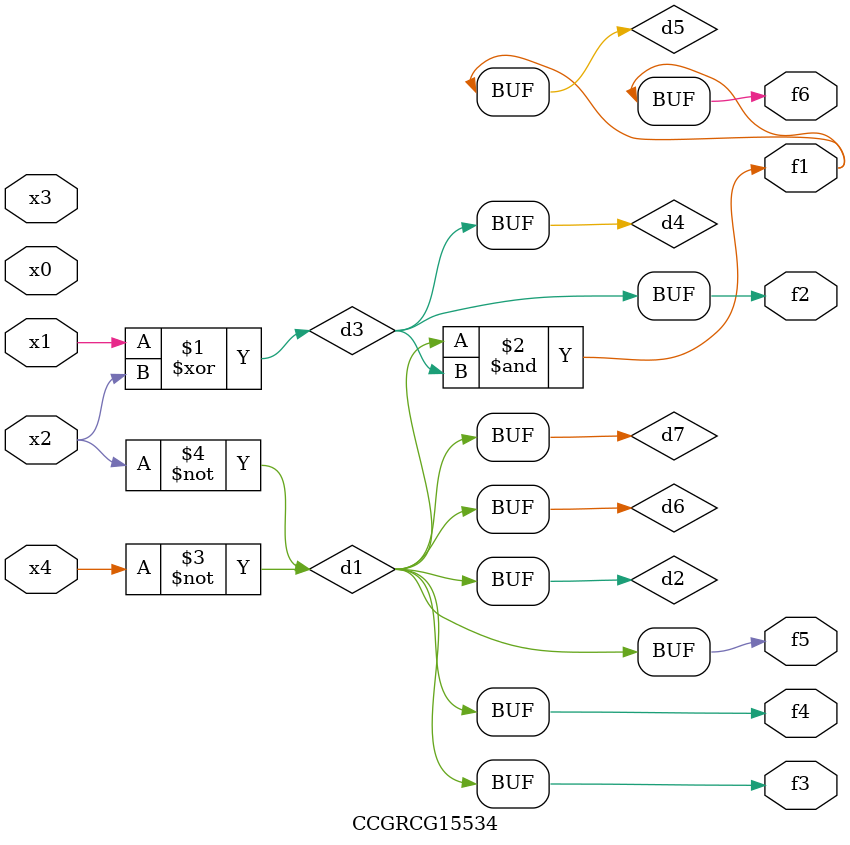
<source format=v>
module CCGRCG15534(
	input x0, x1, x2, x3, x4,
	output f1, f2, f3, f4, f5, f6
);

	wire d1, d2, d3, d4, d5, d6, d7;

	not (d1, x4);
	not (d2, x2);
	xor (d3, x1, x2);
	buf (d4, d3);
	and (d5, d1, d3);
	buf (d6, d1, d2);
	buf (d7, d2);
	assign f1 = d5;
	assign f2 = d4;
	assign f3 = d7;
	assign f4 = d7;
	assign f5 = d7;
	assign f6 = d5;
endmodule

</source>
